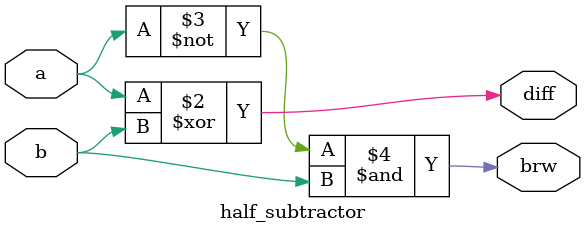
<source format=v>
`timescale 1ns / 1ps

module half_subtractor(
    input a,b,
    output reg diff,brw
    );
always@(*) begin

diff=a^b;
brw= ~ a &b; 

end
endmodule

</source>
